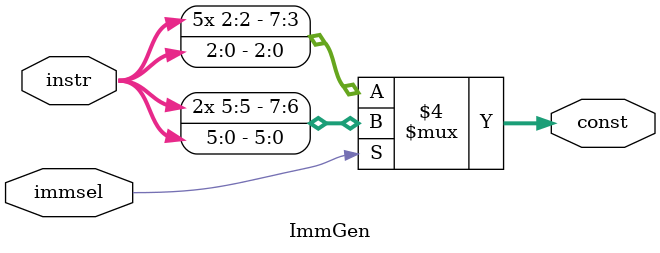
<source format=v>
`timescale 1ns / 1ps


module ImmGen(
      input [7:0] instr,
      input immsel,
      output reg[7:0] const

    );
     
     reg [5:0] const1; //relative jump address 
     reg [2:0] shamt;   //shift amount
    always @(*)
     begin 
      if(immsel == 0) // 
        begin 
          shamt = instr[2:0];
          const = $signed(shamt);
        end
      else 
        begin 
          const1 = instr[5:0];
          const =  $signed(const1);
        end
     end
          
endmodule

</source>
